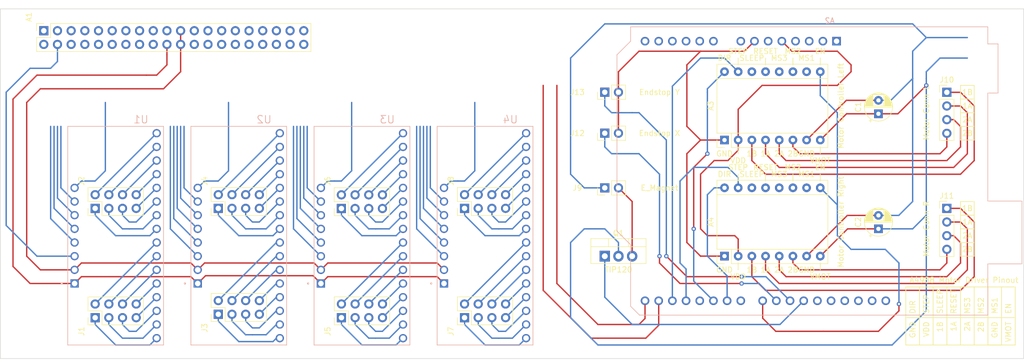
<source format=kicad_pcb>
(kicad_pcb (version 20211014) (generator pcbnew)
  (layers (0 "F.Cu" signal) (31 "B.Cu" signal) (34 "B.Paste" user) (35 "F.Paste" user) (36 "B.SilkS" user "B.Silkscreen") (37 "F.SilkS" user "F.Silkscreen") (38 "B.Mask" user) (39 "F.Mask" user) (44 "Edge.Cuts" user))
  (net 0 "")
  (net 2 "/14 TXD")
  (net 3 "/18 RXD")
  (net 5 "3V3")
  (net 6 "SDA")
  (net 7 "SCL")
  (net 8 "GND")
  (net 9 "10 MOSI")
  (net 10 "9 MISO")
  (net 11 "11 SCLK")
  (net 12 "5")
  (net 13 "6")
  (net 14 "13")
  (net 15 "19")
  (net 16 "26")
  (net 17 "5V")
  (net 18 "23")
  (net 19 "24")
  (net 20 "25")
  (net 21 "8")
  (net 22 "7")
  (net 23 "12")
  (net 24 "16")
  (net 25 "20")
  (net 26 "21")
  (net 37 "Net-(U1-PadJP1-1)")
  (net 38 "Net-(U1-PadJP1-2)")
  (net 39 "Net-(U1-PadJP1-3)")
  (net 40 "Net-(U1-PadJP1-4)")
  (net 41 "Net-(U1-PadJP1-5)")
  (net 42 "Net-(U1-PadJP1-6)")
  (net 43 "Net-(U1-PadJP1-7)")
  (net 44 "Net-(U1-PadJP1-8)")
  (net 45 "Net-(U1-PadJP1-9)")
  (net 46 "Net-(U1-PadJP1-10)")
  (net 47 "Net-(U1-PadJP1-11)")
  (net 48 "Net-(U1-PadJP1-12)")
  (net 49 "Net-(U1-PadJP1-13)")
  (net 50 "Net-(U1-PadJP1-14)")
  (net 51 "Net-(U1-PadJP1-15)")
  (net 52 "Net-(U1-PadJP1-16)")
  (net 53 "Net-(U1-PadJP3-4)")
  (net 54 "Net-(U1-PadJP3-5)")
  (net 55 "Net-(U1-PadJP3-6)")
  (net 56 "Net-(U1-PadJP3-7)")
  (net 57 "Net-(U1-PadJP3-8)")
  (net 58 "Net-(J9-Pad2)")
  (net 59 "Net-(A1-Pad7)")
  (net 60 "Net-(A3-Pad3)")
  (net 61 "Net-(A3-Pad4)")
  (net 62 "Net-(A3-Pad5)")
  (net 63 "Net-(A3-Pad6)")
  (net 64 "Net-(A1-Pad4)")
  (net 65 "Net-(A1-Pad6)")
  (net 66 "Net-(A1-Pad8)")
  (net 67 "Net-(A1-Pad20)")
  (net 73 "Net-(A4-Pad2)")
  (net 75 "Net-(A2-Pad7)")
  (net 78 "Net-(A2-Pad17)")
  (net 79 "Net-(A2-Pad18)")
  (net 81 "Net-(A3-Pad16)")
  (net 82 "Net-(A2-Pad21)")
  (net 84 "Net-(A2-Pad23)")
  (net 85 "Net-(A2-Pad24)")
  (net 86 "Net-(A2-Pad25)")
  (net 87 "Net-(A2-Pad26)")
  (net 94 "Net-(A4-Pad7)")
  (net 95 "Net-(A4-Pad8)")
  (net 96 "Net-(A4-Pad3)")
  (net 97 "Net-(A4-Pad4)")
  (net 98 "Net-(A4-Pad5)")
  (net 99 "Net-(A4-Pad6)")
  (net 105 "Net-(U2-PadJP1-1)")
  (net 106 "Net-(U2-PadJP1-8)")
  (net 107 "Net-(U2-PadJP1-2)")
  (net 108 "Net-(U2-PadJP1-7)")
  (net 109 "Net-(U2-PadJP1-3)")
  (net 110 "Net-(U2-PadJP1-6)")
  (net 111 "Net-(U2-PadJP1-4)")
  (net 112 "Net-(U2-PadJP1-5)")
  (net 113 "Net-(U2-PadJP1-9)")
  (net 114 "Net-(U2-PadJP1-16)")
  (net 115 "Net-(U2-PadJP1-10)")
  (net 116 "Net-(U2-PadJP1-15)")
  (net 117 "Net-(U2-PadJP1-11)")
  (net 118 "Net-(U2-PadJP1-14)")
  (net 119 "Net-(U2-PadJP1-12)")
  (net 120 "Net-(U2-PadJP1-13)")
  (net 121 "Net-(U3-PadJP1-1)")
  (net 122 "Net-(U3-PadJP1-8)")
  (net 123 "Net-(U3-PadJP1-2)")
  (net 124 "Net-(U3-PadJP1-7)")
  (net 125 "Net-(U3-PadJP1-3)")
  (net 126 "Net-(U3-PadJP1-6)")
  (net 127 "Net-(U3-PadJP1-4)")
  (net 128 "Net-(U3-PadJP1-5)")
  (net 129 "Net-(U3-PadJP1-9)")
  (net 130 "Net-(U3-PadJP1-16)")
  (net 131 "Net-(U3-PadJP1-10)")
  (net 132 "Net-(U3-PadJP1-15)")
  (net 133 "Net-(U3-PadJP1-11)")
  (net 134 "Net-(U3-PadJP1-14)")
  (net 135 "Net-(U3-PadJP1-12)")
  (net 136 "Net-(U3-PadJP1-13)")
  (net 137 "Net-(U4-PadJP1-1)")
  (net 138 "Net-(U4-PadJP1-8)")
  (net 139 "Net-(U4-PadJP1-2)")
  (net 140 "Net-(U4-PadJP1-7)")
  (net 141 "Net-(U4-PadJP1-3)")
  (net 142 "Net-(U4-PadJP1-6)")
  (net 143 "Net-(U4-PadJP1-4)")
  (net 144 "Net-(U4-PadJP1-5)")
  (net 145 "Net-(U4-PadJP1-9)")
  (net 146 "Net-(U4-PadJP1-16)")
  (net 147 "Net-(U4-PadJP1-10)")
  (net 148 "Net-(U4-PadJP1-15)")
  (net 149 "Net-(U4-PadJP1-11)")
  (net 150 "Net-(U4-PadJP1-14)")
  (net 151 "Net-(U4-PadJP1-12)")
  (net 152 "Net-(U4-PadJP1-13)")
  (footprint "Connector_PinHeader_2.54mm:PinHeader_2x04_P2.54mm_Vertical" (layer "F.Cu") (at 100.975 100.33 90)
    (fp_text reference "J4")
    (fp_text value " ")
  )
  (footprint "Connector_PinHeader_2.54mm:PinHeader_1x02_P2.54mm_Vertical" (layer "F.Cu") (at 172.72 86.36 90)
    (fp_text reference "J12")
    (fp_text value "Endstop X")
  )
  (footprint "Connector_PinHeader_2.54mm:PinHeader_2x04_P2.54mm_Vertical" (layer "F.Cu") (at 78.115 100.335 90)
    (fp_text reference "J2")
    (fp_text value " ")
  )
  (footprint "Capacitor_THT:CP_Radial_D5.0mm_P2.50mm" (layer "F.Cu") (at 223.52 82.75 90)
    (fp_text reference "C1")
    (fp_text value "C")
  )
  (footprint "Connector_PinHeader_2.54mm:PinHeader_2x04_P2.54mm_Vertical" (layer "F.Cu") (at 123.825 100.36 90)
    (fp_text reference "J6")
    (fp_text value " ")
  )
  (footprint "Connector_PinHeader_2.54mm:PinHeader_1x02_P2.54mm_Vertical" (layer "F.Cu") (at 172.72 78.74 90)
    (fp_text reference "J13")
    (fp_text value "Endstop Y")
  )
  (footprint "Connector_PinHeader_2.54mm:PinHeader_2x04_P2.54mm_Vertical" (layer "F.Cu") (at 100.975 120.02 90)
    (fp_text reference "J3")
    (fp_text value " ")
  )
  (footprint "Connector_PinHeader_2.54mm:PinHeader_1x02_P2.54mm_Vertical" (layer "F.Cu") (at 172.72 96.52 90)
    (fp_text reference "J9")
    (fp_text value "E_Magnet")
  )
  (footprint "Connector_PinSocket_2.54mm:PinSocket_2x20_P2.54mm_Vertical" (layer "F.Cu") (at 68.58 67.31 90)
    (fp_text reference "A1")
    (fp_text value "Raspberry Pi Zero")
  )
  (footprint "Package_TO_SOT_THT:TO-220-3_Vertical" (layer "F.Cu") (at 172.72 109.22)
    (fp_text reference "Q1")
    (fp_text value "TIP120")
  )
  (footprint "Connector_PinHeader_2.54mm:PinHeader_2x04_P2.54mm_Vertical" (layer "F.Cu") (at 146.685 100.33 90)
    (fp_text reference "J8")
    (fp_text value " ")
  )
  (footprint "Capacitor_THT:CP_Radial_D5.0mm_P2.50mm" (layer "F.Cu") (at 223.52 104.14 90)
    (fp_text reference "C2")
    (fp_text value "C")
  )
  (footprint "Connector_PinHeader_2.54mm:PinHeader_1x04_P2.54mm_Vertical" (layer "F.Cu") (at 236.22 78.76)
    (fp_text reference "J10")
    (fp_text value "Motor Conn L")
  )
  (footprint "Connector_PinHeader_2.54mm:PinHeader_2x04_P2.54mm_Vertical" (layer "F.Cu") (at 123.835 120.65 90)
    (fp_text reference "J5")
    (fp_text value " ")
  )
  (footprint "Module:Pololu_Breakout-16_15.2x20.3mm" (layer "F.Cu") (at 194.945 109.21 90)
    (fp_text reference "A4")
    (fp_text value "Motor Controller Right")
  )
  (footprint "Connector_PinHeader_2.54mm:PinHeader_2x04_P2.54mm_Vertical" (layer "F.Cu") (at 78.115 120.655 90)
    (fp_text reference "J1")
    (fp_text value " ")
  )
  (footprint "Connector_PinHeader_2.54mm:PinHeader_2x04_P2.54mm_Vertical" (layer "F.Cu") (at 146.685 120.65 90)
    (fp_text reference "J7")
    (fp_text value " ")
  )
  (footprint "Module:Pololu_Breakout-16_15.2x20.3mm" (layer "F.Cu") (at 194.945 87.63 90)
    (fp_text reference "A3")
    (fp_text value "Motor Controller Left")
  )
  (footprint "Connector_PinHeader_2.54mm:PinHeader_1x04_P2.54mm_Vertical" (layer "F.Cu") (at 236.22 100.33)
    (fp_text reference "J11")
    (fp_text value "Motor Conn R")
  )
  (footprint "BOB-09056:MODULE_BOB-09056" (layer "B.Cu") (at 81.915 105.41 180)
    (fp_text reference "U1")
    (fp_text value "BOB-09056")
  )
  (footprint "BOB-09056:MODULE_BOB-09056" (layer "B.Cu") (at 150.495 105.41 180)
    (fp_text reference "U4")
    (fp_text value "BOB-09056")
  )
  (footprint "BOB-09056:MODULE_BOB-09056" (layer "B.Cu") (at 127.645 105.415 180)
    (fp_text reference "U3")
    (fp_text value "BOB-09056")
  )
  (footprint "BOB-09056:MODULE_BOB-09056" (layer "B.Cu") (at 104.775 105.41 180)
    (fp_text reference "U2")
    (fp_text value "BOB-09056")
  )
  (footprint "Module:Arduino_UNO_R3" (layer "B.Cu") (at 215.75 69.25 180)
    (fp_text reference "A2")
    (fp_text value "Arduino_UNO_R3")
  )
  (gr_line (start 238.76 114.935) (end 238.76 120.015) (layer "F.SilkS") (width 0.15))
  (gr_line (start 246.38 114.935) (end 246.38 120.015) (layer "F.SilkS") (width 0.15))
  (gr_line (start 248.92 125.73) (end 248.92 120.015) (layer "F.SilkS") (width 0.15))
  (gr_line (start 212.725 88.9) (end 212.725 90.17) (layer "F.SilkS") (width 0.15))
  (gr_line (start 207.645 73.66) (end 207.645 72.39) (layer "F.SilkS") (width 0.15))
  (gr_line (start 248.92 120.015) (end 248.92 114.935) (layer "F.SilkS") (width 0.15))
  (gr_line (start 241.3 77.47) (end 238.76 77.47) (layer "F.SilkS") (width 0.15))
  (gr_line (start 238.76 82.55) (end 241.3 82.55) (layer "F.SilkS") (width 0.15))
  (gr_line (start 202.565 95.25) (end 202.565 93.98) (layer "F.SilkS") (width 0.15))
  (gr_line (start 197.485 88.9) (end 197.485 90.17) (layer "F.SilkS") (width 0.15))
  (gr_line (start 241.3 109.22) (end 241.3 99.06) (layer "F.SilkS") (width 0.15))
  (gr_line (start 248.92 114.935) (end 228.6 114.935) (layer "F.SilkS") (width 0.15))
  (gr_line (start 228.6 114.935) (end 228.6 120.015) (layer "F.SilkS") (width 0.15))
  (gr_line (start 238.76 99.06) (end 238.76 109.22) (layer "F.SilkS") (width 0.15))
  (gr_line (start 197.485 73.66) (end 197.485 72.39) (layer "F.SilkS") (width 0.15))
  (gr_line (start 233.68 114.935) (end 233.68 120.015) (layer "F.SilkS") (width 0.15))
  (gr_line (start 238.76 87.63) (end 241.3 87.63) (layer "F.SilkS") (width 0.15))
  (gr_line (start 238.76 120.015) (end 238.76 125.73) (layer "F.SilkS") (width 0.15))
  (gr_line (start 233.68 125.73) (end 233.68 120.015) (layer "F.SilkS") (width 0.15))
  (gr_line (start 248.92 120.65) (end 228.6 120.65) (layer "F.SilkS") (width 0.15))
  (gr_line (start 212.725 73.66) (end 212.725 72.39) (layer "F.SilkS") (width 0.15))
  (gr_line (start 238.76 85.09) (end 241.3 85.09) (layer "F.SilkS") (width 0.15))
  (gr_line (start 246.38 120.015) (end 246.38 125.73) (layer "F.SilkS") (width 0.15))
  (gr_line (start 241.3 87.63) (end 241.3 77.47) (layer "F.SilkS") (width 0.15))
  (gr_line (start 236.22 120.015) (end 236.22 114.935) (layer "F.SilkS") (width 0.15))
  (gr_line (start 231.14 114.935) (end 231.14 120.015) (layer "F.SilkS") (width 0.15))
  (gr_line (start 241.3 99.06) (end 238.76 99.06) (layer "F.SilkS") (width 0.15))
  (gr_line (start 243.84 114.935) (end 243.84 120.015) (layer "F.SilkS") (width 0.15))
  (gr_line (start 238.76 106.68) (end 241.3 106.68) (layer "F.SilkS") (width 0.15))
  (gr_line (start 238.76 80.01) (end 241.3 80.01) (layer "F.SilkS") (width 0.15))
  (gr_line (start 207.645 95.25) (end 207.645 93.98) (layer "F.SilkS") (width 0.15))
  (gr_line (start 241.3 120.015) (end 241.3 125.73) (layer "F.SilkS") (width 0.15))
  (gr_line (start 246.38 125.73) (end 243.84 125.73) (layer "F.SilkS") (width 0.15))
  (gr_line (start 212.725 110.49) (end 212.725 111.76) (layer "F.SilkS") (width 0.15))
  (gr_line (start 248.92 125.73) (end 228.6 125.73) (layer "F.SilkS") (width 0.15))
  (gr_line (start 212.725 95.25) (end 212.725 93.98) (layer "F.SilkS") (width 0.15))
  (gr_line (start 238.76 77.47) (end 238.76 87.63) (layer "F.SilkS") (width 0.15))
  (gr_line (start 236.22 120.015) (end 236.22 125.73) (layer "F.SilkS") (width 0.15))
  (gr_line (start 228.6 125.73) (end 228.6 120.015) (layer "F.SilkS") (width 0.15))
  (gr_line (start 243.84 125.73) (end 243.84 120.015) (layer "F.SilkS") (width 0.15))
  (gr_line (start 197.485 110.49) (end 197.485 111.76) (layer "F.SilkS") (width 0.15))
  (gr_line (start 231.14 125.73) (end 231.14 120.015) (layer "F.SilkS") (width 0.15))
  (gr_line (start 197.485 95.25) (end 197.485 93.98) (layer "F.SilkS") (width 0.15))
  (gr_line (start 241.3 114.935) (end 241.3 120.015) (layer "F.SilkS") (width 0.15))
  (gr_line (start 202.565 73.66) (end 202.565 72.39) (layer "F.SilkS") (width 0.15))
  (gr_line (start 238.76 101.6) (end 241.3 101.6) (layer "F.SilkS") (width 0.15))
  (gr_line (start 238.76 109.22) (end 241.3 109.22) (layer "F.SilkS") (width 0.15))
  (gr_line (start 238.76 104.14) (end 241.3 104.14) (layer "F.SilkS") (width 0.15))
  (gr_rect (start 60.5 63.25) (end 250.5 128.25) (layer "Edge.Cuts") (width 0.1) (fill none))
  (gr_text "VMOT" (at 212.725 91.44) (layer "F.SilkS") (effects (font (size 1 1))))
  (gr_text "MS1" (at 210.185 72.39) (layer "F.SilkS") (effects (font (size 1 1))))
  (gr_text "EN" (at 212.725 71.12) (layer "F.SilkS") (effects (font (size 1 1))))
  (gr_text "2A\n" (at 240.03 121.285 90) (layer "F.SilkS") (effects (font (size 1 1)) (justify right)))
  (gr_text "MS1" (at 245.11 120.015 90) (layer "F.SilkS") (effects (font (size 1 1)) (justify left)))
  (gr_text "1A" (at 240.03 102.87) (layer "F.SilkS") (effects (font (size 1 1))))
  (gr_text "DIR" (at 194.945 72.39) (layer "F.SilkS") (effects (font (size 1 1))))
  (gr_text "RESET" (at 202.565 71.12) (layer "F.SilkS") (effects (font (size 1 1))))
  (gr_text "VDD" (at 232.41 121.285 90) (layer "F.SilkS") (effects (font (size 1 1)) (justify right)))
  (gr_text "2B" (at 242.57 121.285 90) (layer "F.SilkS") (effects (font (size 1 1)) (justify right)))
  (gr_text "MS2" (at 207.645 92.71) (layer "F.SilkS") (effects (font (size 1 1))))
  (gr_text "EN" (at 247.65 120.015 90) (layer "F.SilkS") (effects (font (size 1 1)) (justify left)))
  (gr_text "SLEEP" (at 200.025 72.39) (layer "F.SilkS") (effects (font (size 1 1))))
  (gr_text "STEP" (at 197.485 92.71) (layer "F.SilkS") (effects (font (size 1 1))))
  (gr_text "MS2" (at 242.57 120.015 90) (layer "F.SilkS") (effects (font (size 1 1)) (justify left)))
  (gr_text "GND" (at 229.87 121.285 90) (layer "F.SilkS") (effects (font (size 1 1)) (justify right)))
  (gr_text "1B" (at 234.95 121.285 90) (layer "F.SilkS") (effects (font (size 1 1)) (justify right)))
  (gr_text "MS3" (at 205.105 93.98) (layer "F.SilkS") (effects (font (size 1 1))))
  (gr_text "DIR" (at 229.87 120.015 90) (layer "F.SilkS") (effects (font (size 1 1)) (justify left)))
  (gr_text "1A" (at 202.565 90.17) (layer "F.SilkS") (effects (font (size 1 1))))
  (gr_text "STEP" (at 197.485 71.12) (layer "F.SilkS") (effects (font (size 1 1))))
  (gr_text "SLEEP" (at 234.95 120.015 90) (layer "F.SilkS") (effects (font (size 1 1)) (justify left)))
  (gr_text "GND" (at 194.945 90.17) (layer "F.SilkS") (effects (font (size 1 1))))
  (gr_text "MS3" (at 205.105 72.39) (layer "F.SilkS") (effects (font (size 1 1))))
  (gr_text "SLEEP" (at 200.025 93.98) (layer "F.SilkS") (effects (font (size 1 1))))
  (gr_text "STEP" (at 232.41 120.015 90) (layer "F.SilkS") (effects (font (size 1 1)) (justify left)))
  (gr_text "2B" (at 207.645 90.17) (layer "F.SilkS") (effects (font (size 1 1))))
  (gr_text "2B" (at 240.03 86.37) (layer "F.SilkS") (effects (font (size 1 1))))
  (gr_text "VDD" (at 197.485 91.44) (layer "F.SilkS") (effects (font (size 1 1))))
  (gr_text "GND" (at 210.185 90.17) (layer "F.SilkS") (effects (font (size 1 1))))
  (gr_text "2A\n" (at 205.105 111.76) (layer "F.SilkS") (effects (font (size 1 1))))
  (gr_text "1B" (at 240.03 78.75) (layer "F.SilkS") (effects (font (size 1 1))))
  (gr_text "2A\n" (at 240.03 83.83) (layer "F.SilkS") (effects (font (size 1 1))))
  (gr_text "MS1" (at 210.185 93.98) (layer "F.SilkS") (effects (font (size 1 1))))
  (gr_text "RESET" (at 202.565 92.71) (layer "F.SilkS") (effects (font (size 1 1))))
  (gr_text "GND" (at 210.185 111.76) (layer "F.SilkS") (effects (font (size 1 1))))
  (gr_text "2A\n" (at 205.105 90.17) (layer "F.SilkS") (effects (font (size 1 1))))
  (gr_text "1A" (at 237.49 121.285 90) (layer "F.SilkS") (effects (font (size 1 1)) (justify right)))
  (gr_text "EN" (at 212.725 92.71) (layer "F.SilkS") (effects (font (size 1 1))))
  (gr_text "A4988 Motor Driver Pinout\n" (at 239.395 113.665) (layer "F.SilkS") (effects (font (size 1 1))))
  (gr_text "1A" (at 240.03 81.29) (layer "F.SilkS") (effects (font (size 1 1))))
  (gr_text "1B" (at 240.03 100.33) (layer "F.SilkS") (effects (font (size 1 1))))
  (gr_text "MS2" (at 207.645 71.12) (layer "F.SilkS") (effects (font (size 1 1))))
  (gr_text "DIR" (at 194.945 93.98) (layer "F.SilkS") (effects (font (size 1 1))))
  (gr_text "2B" (at 207.645 111.76) (layer "F.SilkS") (effects (font (size 1 1))))
  (gr_text "MS3" (at 240.03 120.015 90) (layer "F.SilkS") (effects (font (size 1 1)) (justify left)))
  (gr_text "GND" (at 245.11 121.285 90) (layer "F.SilkS") (effects (font (size 1 1)) (justify right)))
  (gr_text "1B" (at 200.025 111.76) (layer "F.SilkS") (effects (font (size 1 1))))
  (gr_text "2B" (at 240.03 107.95) (layer "F.SilkS") (effects (font (size 1 1))))
  (gr_text "VDD" (at 197.485 113.03) (layer "F.SilkS") (effects (font (size 1 1))))
  (gr_text "VMOT" (at 247.65 121.285 90) (layer "F.SilkS") (effects (font (size 1 1)) (justify right)))
  (gr_text "1A" (at 202.565 111.76) (layer "F.SilkS") (effects (font (size 1 1))))
  (gr_text "1B" (at 200.025 90.17) (layer "F.SilkS") (effects (font (size 1 1))))
  (gr_text "2A\n" (at 240.03 105.41) (layer "F.SilkS") (effects (font (size 1 1))))
  (gr_text "RESET" (at 237.49 120.015 90) (layer "F.SilkS") (effects (font (size 1 1)) (justify left)))
  (gr_text "VMOT" (at 212.725 113.03) (layer "F.SilkS") (effects (font (size 1 1))))
  (gr_text "GND" (at 194.945 111.76) (layer "F.SilkS") (effects (font (size 1 1))))
  (segment (start 180.19 117.51) (end 180.19 120.8) (width 0.25) (layer "F.Cu") (net 2))
  (segment (start 179.07 121.92) (end 171.45 121.92) (width 0.25) (layer "F.Cu") (net 2))
  (segment (start 171.45 121.92) (end 163.83 114.3) (width 0.25) (layer "F.Cu") (net 2))
  (segment (start 163.83 114.3) (end 163.83 77.47) (width 0.25) (layer "F.Cu") (net 2))
  (segment (start 180.19 120.8) (end 179.07 121.92) (width 0.25) (layer "F.Cu") (net 2))
  (segment (start 170.18 124.46) (end 161.29 115.57) (width 0.25) (layer "F.Cu") (net 3))
  (segment (start 171.45 124.46) (end 170.18 124.46) (width 0.25) (layer "F.Cu") (net 3))
  (segment (start 180.34 124.46) (end 171.45 124.46) (width 0.25) (layer "F.Cu") (net 3))
  (segment (start 182.73 117.51) (end 182.73 122.07) (width 0.25) (layer "F.Cu") (net 3))
  (segment (start 161.29 115.57) (end 161.29 77.47) (width 0.25) (layer "F.Cu") (net 3))
  (segment (start 182.73 122.07) (end 180.34 124.46) (width 0.25) (layer "F.Cu") (net 3))
  (segment (start 93.98 69.85) (end 93.98 67.31) (width 0.25) (layer "F.Cu") (net 17))
  (segment (start 67.945 111.76) (end 65.405 109.22) (width 0.25) (layer "F.Cu") (net 17))
  (segment (start 118.75 110.49) (end 98.425 110.49) (width 0.25) (layer "F.Cu") (net 17))
  (segment (start 74.295 111.76) (end 67.945 111.76) (width 0.25) (layer "F.Cu") (net 17))
  (segment (start 142.875 111.76) (end 141.605 110.49) (width 0.25) (layer "F.Cu") (net 17))
  (segment (start 121.3 110.49) (end 120.025 111.765) (width 0.25) (layer "F.Cu") (net 17))
  (segment (start 141.605 110.49) (end 121.3 110.49) (width 0.25) (layer "F.Cu") (net 17))
  (segment (start 97.155 111.76) (end 95.885 110.49) (width 0.25) (layer "F.Cu") (net 17))
  (segment (start 93.98 74.93) (end 93.98 69.85) (width 0.25) (layer "F.Cu") (net 17))
  (segment (start 98.425 110.49) (end 97.155 111.76) (width 0.25) (layer "F.Cu") (net 17))
  (segment (start 90.805 78.105) (end 93.98 74.93) (width 0.25) (layer "F.Cu") (net 17))
  (segment (start 95.885 110.49) (end 75.565 110.49) (width 0.25) (layer "F.Cu") (net 17))
  (segment (start 67.945 78.105) (end 90.805 78.105) (width 0.25) (layer "F.Cu") (net 17))
  (segment (start 75.565 110.49) (end 74.295 111.76) (width 0.25) (layer "F.Cu") (net 17))
  (segment (start 120.025 111.765) (end 118.75 110.49) (width 0.25) (layer "F.Cu") (net 17))
  (segment (start 65.405 109.22) (end 65.405 80.645) (width 0.25) (layer "F.Cu") (net 17))
  (segment (start 65.405 80.645) (end 67.945 78.105) (width 0.25) (layer "F.Cu") (net 17))
  (segment (start 88.265 125.73) (end 89.535 124.46) (width 0.25) (layer "B.Cu") (net 37))
  (segment (start 81.915 125.73) (end 88.265 125.73) (width 0.25) (layer "B.Cu") (net 37))
  (segment (start 78.115 121.93) (end 81.915 125.73) (width 0.25) (layer "B.Cu") (net 37))
  (segment (start 78.115 120.655) (end 78.115 121.93) (width 0.25) (layer "B.Cu") (net 37))
  (segment (start 89.535 121.92) (end 86.995 124.46) (width 0.25) (layer "B.Cu") (net 38))
  (segment (start 80.655 120.655) (end 80.655 121.93) (width 0.25) (layer "B.Cu") (net 38))
  (segment (start 83.185 124.46) (end 84.455 124.46) (width 0.25) (layer "B.Cu") (net 38))
  (segment (start 80.655 121.93) (end 83.185 124.46) (width 0.25) (layer "B.Cu") (net 38))
  (segment (start 86.995 124.46) (end 84.46 124.46) (width 0.25) (layer "B.Cu") (net 38))
  (segment (start 89.535 119.38) (end 85.725 123.19) (width 0.25) (layer "B.Cu") (net 39))
  (segment (start 84.455 123.19) (end 83.195 121.93) (width 0.25) (layer "B.Cu") (net 39))
  (segment (start 85.725 123.19) (end 84.455 123.19) (width 0.25) (layer "B.Cu") (net 39))
  (segment (start 83.195 121.93) (end 83.195 120.655) (width 0.25) (layer "B.Cu") (net 39))
  (segment (start 89.535 116.84) (end 85.735 120.64) (width 0.25) (layer "B.Cu") (net 40))
  (segment (start 89.535 114.3) (end 85.735 118.1) (width 0.25) (layer "B.Cu") (net 41))
  (segment (start 89.535 111.76) (end 83.195 118.1) (width 0.25) (layer "B.Cu") (net 42))
  (segment (start 89.535 109.22) (end 80.655 118.1) (width 0.25) (layer "B.Cu") (net 43))
  (segment (start 89.535 106.68) (end 78.115 118.1) (width 0.25) (layer "B.Cu") (net 44))
  (segment (start 81.915 105.41) (end 88.265 105.41) (width 0.25) (layer "B.Cu") (net 45))
  (segment (start 88.265 105.41) (end 89.535 104.14) (width 0.25) (layer "B.Cu") (net 45))
  (segment (start 78.115 100.335) (end 78.115 101.61) (width 0.25) (layer "B.Cu") (net 45))
  (segment (start 78.115 101.61) (end 81.915 105.41) (width 0.25) (layer "B.Cu") (net 45))
  (segment (start 80.655 101.61) (end 83.185 104.14) (width 0.25) (layer "B.Cu") (net 46))
  (segment (start 89.535 101.6) (end 86.995 104.14) (width 0.25) (layer "B.Cu") (net 46))
  (segment (start 80.655 100.335) (end 80.655 101.61) (width 0.25) (layer "B.Cu") (net 46))
  (segment (start 83.185 104.14) (end 84.455 104.14) (width 0.25) (layer "B.Cu") (net 46))
  (segment (start 86.995 104.14) (end 84.46 104.14) (width 0.25) (layer "B.Cu") (net 46))
  (segment (start 85.725 102.87) (end 84.455 102.87) (width 0.25) (layer "B.Cu") (net 47))
  (segment (start 84.455 102.87) (end 83.195 101.61) (width 0.25) (layer "B.Cu") (net 47))
  (segment (start 83.195 101.61) (end 83.195 100.335) (width 0.25) (layer "B.Cu") (net 47))
  (segment (start 89.535 99.06) (end 85.725 102.87) (width 0.25) (layer "B.Cu") (net 47))
  (segment (start 89.535 96.52) (end 85.735 100.32) (width 0.25) (layer "B.Cu") (net 48))
  (segment (start 85.735 100.32) (end 85.735 100.335) (width 0.25) (layer "B.Cu") (net 48))
  (segment (start 89.535 93.98) (end 85.735 97.78) (width 0.25) (layer "B.Cu") (net 49))
  (segment (start 89.535 91.44) (end 83.195 97.78) (width 0.25) (layer "B.Cu") (net 50))
  (segment (start 89.535 88.9) (end 80.655 97.78) (width 0.25) (layer "B.Cu") (net 51))
  (segment (start 89.535 86.36) (end 78.115 97.78) (width 0.25) (layer "B.Cu") (net 52))
  (segment (start 97.155 106.68) (end 92.71 102.235) (width 0.25) (layer "B.Cu") (net 53))
  (segment (start 120.015 106.68) (end 115.57 102.235) (width 0.25) (layer "B.Cu") (net 53))
  (segment (start 74.295 106.68) (end 69.85 102.235) (width 0.25) (layer "B.Cu") (net 53))
  (segment (start 69.85 102.235) (end 69.85 85.09) (width 0.25) (layer "B.Cu") (net 53))
  (segment (start 138.43 102.235) (end 138.43 85.09) (width 0.25) (layer "B.Cu") (net 53))
  (segment (start 92.71 102.235) (end 92.71 85.09) (width 0.25) (layer "B.Cu") (net 53))
  (segment (start 115.57 102.235) (end 115.57 85.09) (width 0.25) (layer "B.Cu") (net 53))
  (segment (start 142.875 106.68) (end 138.43 102.235) (width 0.25) (layer "B.Cu") (net 53))
  (segment (start 142.875 104.14) (end 139.065 100.33) (width 0.25) (layer "B.Cu") (net 54))
  (segment (start 139.065 100.33) (end 139.065 85.09) (width 0.25) (layer "B.Cu") (net 54))
  (segment (start 120.015 104.14) (end 116.205 100.33) (width 0.25) (layer "B.Cu") (net 54))
  (segment (start 93.345 100.33) (end 93.345 85.09) (width 0.25) (layer "B.Cu") (net 54))
  (segment (start 116.205 100.33) (end 116.205 85.09) (width 0.25) (layer "B.Cu") (net 54))
  (segment (start 74.295 104.14) (end 70.485 100.33) (width 0.25) (layer "B.Cu") (net 54))
  (segment (start 97.155 104.14) (end 93.345 100.33) (width 0.25) (layer "B.Cu") (net 54))
  (segment (start 70.485 100.33) (end 70.485 85.09) (width 0.25) (layer "B.Cu") (net 54))
  (segment (start 71.12 98.425) (end 71.12 85.09) (width 0.25) (layer "B.Cu") (net 55))
  (segment (start 116.84 98.425) (end 116.84 85.09) (width 0.25) (layer "B.Cu") (net 55))
  (segment (start 74.295 101.6) (end 71.12 98.425) (width 0.25) (layer "B.Cu") (net 55))
  (segment (start 120.015 101.6) (end 116.84 98.425) (width 0.25) (layer "B.Cu") (net 55))
  (segment (start 97.155 101.6) (end 93.98 98.425) (width 0.25) (layer "B.Cu") (net 55))
  (segment (start 93.98 98.425) (end 93.98 85.09) (width 0.25) (layer "B.Cu") (net 55))
  (segment (start 142.875 101.6) (end 139.7 98.425) (width 0.25) (layer "B.Cu") (net 55))
  (segment (start 139.7 98.425) (end 139.7 85.09) (width 0.25) (layer "B.Cu") (net 55))
  (segment (start 71.755 96.52) (end 71.755 85.09) (width 0.25) (layer "B.Cu") (net 56))
  (segment (start 94.615 96.52) (end 94.615 85.09) (width 0.25) (layer "B.Cu") (net 56))
  (segment (start 97.155 99.06) (end 94.615 96.52) (width 0.25) (layer "B.Cu") (net 56))
  (segment (start 140.335 96.52) (end 140.335 85.09) (width 0.25) (layer "B.Cu") (net 56))
  (segment (start 142.875 99.06) (end 140.335 96.52) (width 0.25) (layer "B.Cu") (net 56))
  (segment (start 120.015 99.06) (end 117.475 96.52) (width 0.25) (layer "B.Cu") (net 56))
  (segment (start 74.295 99.06) (end 71.755 96.52) (width 0.25) (layer "B.Cu") (net 56))
  (segment (start 117.475 96.52) (end 117.475 85.09) (width 0.25) (layer "B.Cu") (net 56))
  (segment (start 121.285 95.25) (end 122.555 95.25) (width 0.25) (layer "B.Cu") (net 57))
  (segment (start 142.875 96.52) (end 144.145 95.25) (width 0.25) (layer "B.Cu") (net 57))
  (segment (start 100.965 95.25) (end 102.87 93.345) (width 0.25) (layer "B.Cu") (net 57))
  (segment (start 74.295 96.52) (end 75.565 95.25) (width 0.25) (layer "B.Cu") (net 57))
  (segment (start 122.555 95.25) (end 123.825 95.25) (width 0.25) (layer "B.Cu") (net 57))
  (segment (start 123.825 95.25) (end 125.73 93.345) (width 0.25) (layer "B.Cu") (net 57))
  (segment (start 120.015 96.52) (end 121.285 95.25) (width 0.25) (layer "B.Cu") (net 57))
  (segment (start 148.59 84.455) (end 148.59 80.645) (width 0.25) (layer "B.Cu") (net 57))
  (segment (start 98.425 95.25) (end 100.965 95.25) (width 0.25) (layer "B.Cu") (net 57))
  (segment (start 78.105 95.25) (end 80.01 93.345) (width 0.25) (layer "B.Cu") (net 57))
  (segment (start 145.415 95.25) (end 146.685 95.25) (width 0.25) (layer "B.Cu") (net 57))
  (segment (start 144.145 95.25) (end 145.415 95.25) (width 0.25) (layer "B.Cu") (net 57))
  (segment (start 102.87 93.345) (end 102.87 80.645) (width 0.25) (layer "B.Cu") (net 57))
  (segment (start 125.73 84.455) (end 125.73 80.645) (width 0.25) (layer "B.Cu") (net 57))
  (segment (start 125.73 93.345) (end 125.73 84.455) (width 0.25) (layer "B.Cu") (net 57))
  (segment (start 148.59 93.345) (end 148.59 84.455) (width 0.25) (layer "B.Cu") (net 57))
  (segment (start 80.01 93.345) (end 80.01 80.645) (width 0.25) (layer "B.Cu") (net 57))
  (segment (start 97.155 96.52) (end 98.425 95.25) (width 0.25) (layer "B.Cu") (net 57))
  (segment (start 146.685 95.25) (end 148.59 93.345) (width 0.25) (layer "B.Cu") (net 57))
  (segment (start 75.565 95.25) (end 78.105 95.25) (width 0.25) (layer "B.Cu") (net 57))
  (segment (start 175.26 96.52) (end 177.8 99.06) (width 0.25) (layer "F.Cu") (net 58))
  (segment (start 177.8 99.06) (end 177.8 109.22) (width 0.25) (layer "F.Cu") (net 58))
  (segment (start 97.155 109.22) (end 92.075 104.14) (width 0.25) (layer "B.Cu") (net 59))
  (segment (start 92.075 104.14) (end 92.075 85.09) (width 0.25) (layer "B.Cu") (net 59))
  (segment (start 202.565 93.99) (end 200.025 91.45) (width 0.25) (layer "F.Cu") (net 60))
  (segment (start 238.76 93.99) (end 202.565 93.99) (width 0.25) (layer "F.Cu") (net 60))
  (segment (start 236.22 78.76) (end 238.77 78.76) (width 0.25) (layer "F.Cu") (net 60))
  (segment (start 241.3 91.45) (end 238.76 93.99) (width 0.25) (layer "F.Cu") (net 60))
  (segment (start 238.77 78.76) (end 241.3 81.29) (width 0.25) (layer "F.Cu") (net 60))
  (segment (start 241.3 81.29) (end 241.3 91.45) (width 0.25) (layer "F.Cu") (net 60))
  (segment (start 200.025 91.45) (end 200.025 87.63) (width 0.25) (layer "F.Cu") (net 60))
  (segment (start 240.03 90.18) (end 240.03 82.56) (width 0.25) (layer "F.Cu") (net 61))
  (segment (start 202.565 87.63) (end 202.565 90.18) (width 0.25) (layer "F.Cu") (net 61))
  (segment (start 202.565 90.18) (end 205.105 92.72) (width 0.25) (layer "F.Cu") (net 61))
  (segment (start 237.49 92.72) (end 240.03 90.18) (width 0.25) (layer "F.Cu") (net 61))
  (segment (start 205.105 92.72) (end 237.49 92.72) (width 0.25) (layer "F.Cu") (net 61))
  (segment (start 240.03 82.56) (end 238.76 81.29) (width 0.25) (layer "F.Cu") (net 61))
  (segment (start 236.22 81.3) (end 238.75 81.3) (width 0.25) (layer "F.Cu") (net 61))
  (segment (start 237.5 83.84) (end 238.76 85.1) (width 0.25) (layer "F.Cu") (net 62))
  (segment (start 238.76 88.91) (end 236.22 91.45) (width 0.25) (layer "F.Cu") (net 62))
  (segment (start 236.22 91.45) (end 206.375 91.45) (width 0.25) (layer "F.Cu") (net 62))
  (segment (start 206.375 91.45) (end 205.105 90.18) (width 0.25) (layer "F.Cu") (net 62))
  (segment (start 236.22 83.84) (end 237.5 83.84) (width 0.25) (layer "F.Cu") (net 62))
  (segment (start 205.105 90.18) (end 205.105 87.63) (width 0.25) (layer "F.Cu") (net 62))
  (segment (start 238.76 85.1) (end 238.76 88.91) (width 0.25) (layer "F.Cu") (net 62))
  (segment (start 208.915 90.18) (end 234.95 90.18) (width 0.25) (layer "F.Cu") (net 63))
  (segment (start 207.645 88.91) (end 208.915 90.18) (width 0.25) (layer "F.Cu") (net 63))
  (segment (start 236.22 88.91) (end 236.22 86.38) (width 0.25) (layer "F.Cu") (net 63))
  (segment (start 207.645 87.63) (end 207.645 88.91) (width 0.25) (layer "F.Cu") (net 63))
  (segment (start 234.95 90.18) (end 236.22 88.91) (width 0.25) (layer "F.Cu") (net 63))
  (segment (start 66.04 74.295) (end 61.595 78.74) (width 0.25) (layer "B.Cu") (net 64))
  (segment (start 71.12 69.85) (end 71.12 73.025) (width 0.25) (layer "B.Cu") (net 64))
  (segment (start 61.595 103.505) (end 67.31 109.22) (width 0.25) (layer "B.Cu") (net 64))
  (segment (start 69.85 74.295) (end 66.04 74.295) (width 0.25) (layer "B.Cu") (net 64))
  (segment (start 71.12 73.025) (end 69.85 74.295) (width 0.25) (layer "B.Cu") (net 64))
  (segment (start 67.31 109.22) (end 74.295 109.22) (width 0.25) (layer "B.Cu") (net 64))
  (segment (start 61.595 78.74) (end 61.595 103.505) (width 0.25) (layer "B.Cu") (net 64))
  (segment (start 120.015 109.22) (end 114.935 104.14) (width 0.25) (layer "B.Cu") (net 65))
  (segment (start 114.935 104.14) (end 114.935 85.09) (width 0.25) (layer "B.Cu") (net 65))
  (segment (start 142.875 109.22) (end 137.795 104.14) (width 0.25) (layer "B.Cu") (net 66))
  (segment (start 137.795 104.14) (end 137.795 85.09) (width 0.25) (layer "B.Cu") (net 66))
  (segment (start 62.865 111.125) (end 62.865 80.01) (width 0.25) (layer "F.Cu") (net 67))
  (segment (start 98.605 112.85) (end 118.57 112.85) (width 0.25) (layer "F.Cu") (net 67))
  (segment (start 91.44 73.66) (end 89.535 75.565) (width 0.25) (layer "F.Cu") (net 67))
  (segment (start 118.57 112.85) (end 120.025 114.305) (width 0.25) (layer "F.Cu") (net 67))
  (segment (start 67.31 75.565) (end 87.63 75.565) (width 0.25) (layer "F.Cu") (net 67))
  (segment (start 91.44 71.755) (end 91.44 69.85) (width 0.25) (layer "F.Cu") (net 67))
  (segment (start 97.155 114.3) (end 98.605 112.85) (width 0.25) (layer "F.Cu") (net 67))
  (segment (start 95.885 113.03) (end 97.155 114.3) (width 0.25) (layer "F.Cu") (net 67))
  (segment (start 141.605 113.03) (end 142.875 114.3) (width 0.25) (layer "F.Cu") (net 67))
  (segment (start 121.3 113.03) (end 141.605 113.03) (width 0.25) (layer "F.Cu") (net 67))
  (segment (start 74.295 114.3) (end 66.04 114.3) (width 0.25) (layer "F.Cu") (net 67))
  (segment (start 75.565 113.03) (end 95.885 113.03) (width 0.25) (layer "F.Cu") (net 67))
  (segment (start 120.025 114.305) (end 121.3 113.03) (width 0.25) (layer "F.Cu") (net 67))
  (segment (start 89.535 75.565) (end 87.63 75.565) (width 0.25) (layer "F.Cu") (net 67))
  (segment (start 91.44 71.755) (end 91.44 73.66) (width 0.25) (layer "F.Cu") (net 67))
  (segment (start 62.865 80.01) (end 67.31 75.565) (width 0.25) (layer "F.Cu") (net 67))
  (segment (start 74.295 114.3) (end 75.565 113.03) (width 0.25) (layer "F.Cu") (net 67))
  (segment (start 66.04 114.3) (end 62.865 111.125) (width 0.25) (layer "F.Cu") (net 67))
  (segment (start 215.9 71.12) (end 207.46 71.12) (width 0.25) (layer "F.Cu") (net 73))
  (segment (start 201.93 77.47) (end 215.9 77.47) (width 0.25) (layer "F.Cu") (net 73))
  (segment (start 190.5 93.98) (end 193.04 91.44) (width 0.25) (layer "F.Cu") (net 73))
  (segment (start 190.5 104.14) (end 190.5 93.98) (width 0.25) (layer "F.Cu") (net 73))
  (segment (start 191.77 105.41) (end 190.5 104.14) (width 0.25) (layer "F.Cu") (net 73))
  (segment (start 215.9 77.47) (end 218.44 74.93) (width 0.25) (layer "F.Cu") (net 73))
  (segment (start 195.58 91.44) (end 197.485 89.535) (width 0.25) (layer "F.Cu") (net 73))
  (segment (start 197.485 109.21) (end 197.485 106.045) (width 0.25) (layer "F.Cu") (net 73))
  (segment (start 218.44 73.66) (end 215.9 71.12) (width 0.25) (layer "F.Cu") (net 73))
  (segment (start 207.46 71.12) (end 205.59 69.25) (width 0.25) (layer "F.Cu") (net 73))
  (segment (start 197.485 106.045) (end 196.85 105.41) (width 0.25) (layer "F.Cu") (net 73))
  (segment (start 197.485 89.535) (end 197.485 87.63) (width 0.25) (layer "F.Cu") (net 73))
  (segment (start 197.485 87.63) (end 197.485 81.915) (width 0.25) (layer "F.Cu") (net 73))
  (segment (start 197.485 81.915) (end 201.93 77.47) (width 0.25) (layer "F.Cu") (net 73))
  (segment (start 193.04 91.44) (end 195.58 91.44) (width 0.25) (layer "F.Cu") (net 73))
  (segment (start 218.44 74.93) (end 218.44 73.66) (width 0.25) (layer "F.Cu") (net 73))
  (segment (start 196.85 105.41) (end 191.77 105.41) (width 0.25) (layer "F.Cu") (net 73))
  (segment (start 187.96 106.68) (end 187.96 90.17) (width 0.25) (layer "F.Cu") (net 75))
  (segment (start 190.5 87.63) (end 187.96 85.09) (width 0.25) (layer "F.Cu") (net 75))
  (segment (start 190.51 109.21) (end 190.5 109.22) (width 0.25) (layer "F.Cu") (net 75))
  (segment (start 179.07 71.12) (end 190.5 71.12) (width 0.25) (layer "F.Cu") (net 75))
  (segment (start 175.26 74.93) (end 179.07 71.12) (width 0.25) (layer "F.Cu") (net 75))
  (segment (start 190.5 87.63) (end 194.945 87.63) (width 0.25) (layer "F.Cu") (net 75))
  (segment (start 175.26 78.74) (end 175.26 74.93) (width 0.25) (layer "F.Cu") (net 75))
  (segment (start 198.64 71.12) (end 200.51 69.25) (width 0.25) (layer "F.Cu") (net 75))
  (segment (start 190.5 71.12) (end 198.64 71.12) (width 0.25) (layer "F.Cu") (net 75))
  (segment (start 187.96 85.09) (end 187.96 73.66) (width 0.25) (layer "F.Cu") (net 75))
  (segment (start 175.26 78.74) (end 175.26 86.36) (width 0.25) (layer "F.Cu") (net 75))
  (segment (start 187.96 73.66) (end 190.5 71.12) (width 0.25) (layer "F.Cu") (net 75))
  (segment (start 194.945 109.21) (end 190.51 109.21) (width 0.25) (layer "F.Cu") (net 75))
  (segment (start 187.96 90.17) (end 190.5 87.63) (width 0.25) (layer "F.Cu") (net 75))
  (segment (start 190.5 109.22) (end 187.96 106.68) (width 0.25) (layer "F.Cu") (net 75))
  (segment (start 185.27 117.51) (end 185.27 77.62) (width 0.25) (layer "B.Cu") (net 78))
  (segment (start 190.5 72.39) (end 194.945 72.39) (width 0.25) (layer "B.Cu") (net 78))
  (segment (start 194.945 72.39) (end 197.485 74.93) (width 0.25) (layer "B.Cu") (net 78))
  (segment (start 185.27 77.62) (end 190.5 72.39) (width 0.25) (layer "B.Cu") (net 78))
  (segment (start 195.58 92.71) (end 189.23 92.71) (width 0.25) (layer "B.Cu") (net 79))
  (segment (start 186.69 110.49) (end 187.81 111.61) (width 0.25) (layer "B.Cu") (net 79))
  (segment (start 186.69 95.25) (end 186.69 110.49) (width 0.25) (layer "B.Cu") (net 79))
  (segment (start 187.81 111.61) (end 187.81 117.51) (width 0.25) (layer "B.Cu") (net 79))
  (segment (start 197.485 94.615) (end 195.58 92.71) (width 0.25) (layer "B.Cu") (net 79))
  (segment (start 197.485 96.51) (end 197.485 94.615) (width 0.25) (layer "B.Cu") (net 79))
  (segment (start 189.23 92.71) (end 186.69 95.25) (width 0.25) (layer "B.Cu") (net 79))
  (segment (start 189.23 92.71) (end 189.23 104.14) (width 0.25) (layer "F.Cu") (net 81))
  (segment (start 191.77 90.17) (end 189.23 92.71) (width 0.25) (layer "F.Cu") (net 81))
  (via (at 191.77 90.17) (size 0.8) (drill 0.4) (layers "F.Cu" "B.Cu") (net 81))
  (via (at 189.23 104.14) (size 0.8) (drill 0.4) (layers "F.Cu" "B.Cu") (net 81))
  (segment (start 191.77 78.105) (end 191.77 78.74) (width 0.25) (layer "B.Cu") (net 81))
  (segment (start 189.23 104.14) (end 189.23 113.85) (width 0.25) (layer "B.Cu") (net 81))
  (segment (start 189.23 113.85) (end 192.89 117.51) (width 0.25) (layer "B.Cu") (net 81))
  (segment (start 191.77 78.74) (end 191.77 90.17) (width 0.25) (layer "B.Cu") (net 81))
  (segment (start 194.945 74.93) (end 191.77 78.105) (width 0.25) (layer "B.Cu") (net 81))
  (segment (start 195.43 117.51) (end 195.43 112.88) (width 0.25) (layer "B.Cu") (net 82))
  (segment (start 194.945 96.51) (end 193.05 96.51) (width 0.25) (layer "B.Cu") (net 82))
  (segment (start 193.05 96.51) (end 191.77 97.79) (width 0.25) (layer "B.Cu") (net 82))
  (segment (start 191.77 97.79) (end 191.77 109.22) (width 0.25) (layer "B.Cu") (net 82))
  (segment (start 195.43 112.88) (end 191.77 109.22) (width 0.25) (layer "B.Cu") (net 82))
  (segment (start 202.03 120.75) (end 204.47 123.19) (width 0.25) (layer "F.Cu") (net 84))
  (segment (start 213.36 123.19) (end 223.52 123.19) (width 0.25) (layer "F.Cu") (net 84))
  (segment (start 223.52 123.19) (end 227.33 119.38) (width 0.25) (layer "F.Cu") (net 84))
  (segment (start 202.03 117.51) (end 202.03 120.75) (width 0.25) (layer "F.Cu") (net 84))
  (segment (start 204.47 123.19) (end 213.36 123.19) (width 0.25) (layer "F.Cu") (net 84))
  (segment (start 227.33 119.38) (end 227.33 118.11) (width 0.25) (layer "F.Cu") (net 84))
  (via (at 227.33 118.11) (size 0.8) (drill 0.4) (layers "F.Cu" "B.Cu") (net 84))
  (segment (start 224.79 107.95) (end 218.44 107.95) (width 0.25) (layer "B.Cu") (net 84))
  (segment (start 215.9 82.55) (end 215.9 100.33) (width 0.25) (layer "B.Cu") (net 84))
  (segment (start 227.33 110.49) (end 224.79 107.95) (width 0.25) (layer "B.Cu") (net 84))
  (segment (start 227.33 118.11) (end 227.33 110.49) (width 0.25) (layer "B.Cu") (net 84))
  (segment (start 212.725 74.93) (end 212.725 79.375) (width 0.25) (layer "B.Cu") (net 84))
  (segment (start 212.725 96.51) (end 215.9 99.685) (width 0.25) (layer "B.Cu") (net 84))
  (segment (start 215.9 99.685) (end 215.9 100.33) (width 0.25) (layer "B.Cu") (net 84))
  (segment (start 212.725 79.375) (end 215.9 82.55) (width 0.25) (layer "B.Cu") (net 84))
  (segment (start 218.44 107.95) (end 215.9 105.41) (width 0.25) (layer "B.Cu") (net 84))
  (segment (start 215.9 100.33) (end 215.9 105.41) (width 0.25) (layer "B.Cu") (net 84))
  (segment (start 186.69 114.3) (end 198.12 114.3) (width 0.25) (layer "F.Cu") (net 85))
  (segment (start 182.88 110.49) (end 186.69 114.3) (width 0.25) (layer "F.Cu") (net 85))
  (segment (start 182.88 109.22) (end 182.88 110.49) (width 0.25) (layer "F.Cu") (net 85))
  (via (at 198.12 114.3) (size 0.8) (drill 0.4) (layers "F.Cu" "B.Cu") (net 85))
  (via (at 182.88 109.22) (size 0.8) (drill 0.4) (layers "F.Cu" "B.Cu") (net 85))
  (segment (start 172.72 88.9) (end 173.99 90.17) (width 0.25) (layer "B.Cu") (net 85))
  (segment (start 198.12 114.3) (end 201.36 114.3) (width 0.25) (layer "B.Cu") (net 85))
  (segment (start 179.07 90.17) (end 182.88 93.98) (width 0.25) (layer "B.Cu") (net 85))
  (segment (start 201.36 114.3) (end 204.57 117.51) (width 0.25) (layer "B.Cu") (net 85))
  (segment (start 182.88 93.98) (end 182.88 109.22) (width 0.25) (layer "B.Cu") (net 85))
  (segment (start 172.72 86.36) (end 172.72 88.9) (width 0.25) (layer "B.Cu") (net 85))
  (segment (start 173.99 90.17) (end 179.07 90.17) (width 0.25) (layer "B.Cu") (net 85))
  (segment (start 187.96 113.03) (end 198.12 113.03) (width 0.25) (layer "F.Cu") (net 86))
  (segment (start 184.15 109.22) (end 187.96 113.03) (width 0.25) (layer "F.Cu") (net 86))
  (via (at 198.12 113.03) (size 0.8) (drill 0.4) (layers "F.Cu" "B.Cu") (net 86))
  (via (at 184.15 109.22) (size 0.8) (drill 0.4) (layers "F.Cu" "B.Cu") (net 86))
  (segment (start 172.72 81.28) (end 173.99 82.55) (width 0.25) (layer "B.Cu") (net 86))
  (segment (start 198.12 113.03) (end 202.63 113.03) (width 0.25) (layer "B.Cu") (net 86))
  (segment (start 202.63 113.03) (end 207.11 117.51) (width 0.25) (layer "B.Cu") (net 86))
  (segment (start 182.88 86.36) (end 184.15 87.63) (width 0.25) (layer "B.Cu") (net 86))
  (segment (start 172.72 78.74) (end 172.72 81.28) (width 0.25) (layer "B.Cu") (net 86))
  (segment (start 173.99 82.55) (end 177.8 82.55) (width 0.25) (layer "B.Cu") (net 86))
  (segment (start 184.15 87.63) (end 184.15 109.22) (width 0.25) (layer "B.Cu") (net 86))
  (segment (start 177.8 82.55) (end 179.07 82.55) (width 0.25) (layer "B.Cu") (net 86))
  (segment (start 179.07 82.55) (end 182.88 86.36) (width 0.25) (layer "B.Cu") (net 86))
  (segment (start 172.72 109.22) (end 172.72 116.84) (width 0.25) (layer "B.Cu") (net 87))
  (segment (start 205.24 121.92) (end 209.65 117.51) (width 0.25) (layer "B.Cu") (net 87))
  (segment (start 177.8 121.92) (end 205.24 121.92) (width 0.25) (layer "B.Cu") (net 87))
  (segment (start 172.72 116.84) (end 177.8 121.92) (width 0.25) (layer "B.Cu") (net 87))
  (segment (start 223.52 80.25) (end 217.565 80.25) (width 0.25) (layer "F.Cu") (net 94))
  (segment (start 217.755 101.64) (end 210.185 109.21) (width 0.25) (layer "F.Cu") (net 94))
  (segment (start 217.565 80.25) (end 210.185 87.63) (width 0.25) (layer "F.Cu") (net 94))
  (segment (start 223.52 101.64) (end 217.755 101.64) (width 0.25) (layer "F.Cu") (net 94))
  (segment (start 223.52 101.64) (end 227.29 101.64) (width 0.25) (layer "B.Cu") (net 94))
  (segment (start 227.33 101.6) (end 229.87 99.06) (width 0.25) (layer "B.Cu") (net 94))
  (segment (start 229.87 76.2) (end 229.87 71.12) (width 0.25) (layer "B.Cu") (net 94))
  (segment (start 229.87 71.12) (end 232.41 68.58) (width 0.25) (layer "B.Cu") (net 94))
  (segment (start 232.41 68.58) (end 240.03 68.58) (width 0.25) (layer "B.Cu") (net 94))
  (segment (start 225.82 80.25) (end 229.87 76.2) (width 0.25) (layer "B.Cu") (net 94))
  (segment (start 168.91 96.52) (end 166.37 93.98) (width 0.25) (layer "B.Cu") (net 94))
  (segment (start 223.52 80.25) (end 225.82 80.25) (width 0.25) (layer "B.Cu") (net 94))
  (segment (start 172.72 66.04) (end 229.87 66.04) (width 0.25) (layer "B.Cu") (net 94))
  (segment (start 172.72 96.52) (end 168.91 96.52) (width 0.25) (layer "B.Cu") (net 94))
  (segment (start 229.87 99.06) (end 229.87 76.2) (width 0.25) (layer "B.Cu") (net 94))
  (segment (start 227.29 101.64) (end 227.33 101.6) (width 0.25) (layer "B.Cu") (net 94))
  (segment (start 229.87 66.04) (end 232.41 68.58) (width 0.25) (layer "B.Cu") (net 94))
  (segment (start 166.37 72.39) (end 172.72 66.04) (width 0.25) (layer "B.Cu") (net 94))
  (segment (start 166.37 93.98) (end 166.37 72.39) (width 0.25) (layer "B.Cu") (net 94))
  (segment (start 227.13 82.75) (end 232.41 77.47) (width 0.25) (layer "F.Cu") (net 95))
  (segment (start 223.52 104.14) (end 217.795 104.14) (width 0.25) (layer "F.Cu") (net 95))
  (segment (start 217.605 82.75) (end 212.725 87.63) (width 0.25) (layer "F.Cu") (net 95))
  (segment (start 223.52 82.75) (end 217.605 82.75) (width 0.25) (layer "F.Cu") (net 95))
  (segment (start 223.52 82.75) (end 227.13 82.75) (width 0.25) (layer "F.Cu") (net 95))
  (segment (start 217.795 104.14) (end 212.725 109.21) (width 0.25) (layer "F.Cu") (net 95))
  (via (at 232.41 77.47) (size 0.8) (drill 0.4) (layers "F.Cu" "B.Cu") (net 95))
  (segment (start 175.26 109.22) (end 175.26 106.68) (width 0.25) (layer "B.Cu") (net 95))
  (segment (start 223.52 104.14) (end 229.87 104.14) (width 0.25) (layer "B.Cu") (net 95))
  (segment (start 171.45 125.73) (end 226.06 125.73) (width 0.25) (layer "B.Cu") (net 95))
  (segment (start 166.37 120.65) (end 171.45 125.73) (width 0.25) (layer "B.Cu") (net 95))
  (segment (start 232.41 119.38) (end 232.41 101.6) (width 0.25) (layer "B.Cu") (net 95))
  (segment (start 168.91 104.14) (end 166.37 106.68) (width 0.25) (layer "B.Cu") (net 95))
  (segment (start 226.06 125.73) (end 232.41 119.38) (width 0.25) (layer "B.Cu") (net 95))
  (segment (start 172.72 104.14) (end 168.91 104.14) (width 0.25) (layer "B.Cu") (net 95))
  (segment (start 232.41 101.6) (end 232.41 76.2) (width 0.25) (layer "B.Cu") (net 95))
  (segment (start 232.41 74.93) (end 234.95 72.39) (width 0.25) (layer "B.Cu") (net 95))
  (segment (start 232.41 76.2) (end 232.41 74.93) (width 0.25) (layer "B.Cu") (net 95))
  (segment (start 166.37 106.68) (end 166.37 120.65) (width 0.25) (layer "B.Cu") (net 95))
  (segment (start 175.26 106.68) (end 172.72 104.14) (width 0.25) (layer "B.Cu") (net 95))
  (segment (start 229.87 104.14) (end 232.41 101.6) (width 0.25) (layer "B.Cu") (net 95))
  (segment (start 234.95 72.39) (end 240.03 72.39) (width 0.25) (layer "B.Cu") (net 95))
  (segment (start 200.025 113.03) (end 200.025 109.21) (width 0.25) (layer "F.Cu") (net 96))
  (segment (start 241.3 113.03) (end 238.76 115.57) (width 0.25) (layer "F.Cu") (net 96))
  (segment (start 238.76 100.33) (end 241.3 102.87) (width 0.25) (layer "F.Cu") (net 96))
  (segment (start 238.76 115.57) (end 202.565 115.57) (width 0.25) (layer "F.Cu") (net 96))
  (segment (start 236.22 100.33) (end 238.76 100.33) (width 0.25) (layer "F.Cu") (net 96))
  (segment (start 241.3 102.87) (end 241.3 113.03) (width 0.25) (layer "F.Cu") (net 96))
  (segment (start 202.565 115.57) (end 200.025 113.03) (width 0.25) (layer "F.Cu") (net 96))
  (segment (start 240.03 111.76) (end 237.49 114.3) (width 0.25) (layer "F.Cu") (net 97))
  (segment (start 240.03 104.14) (end 240.03 111.76) (width 0.25) (layer "F.Cu") (net 97))
  (segment (start 238.76 102.87) (end 240.03 104.14) (width 0.25) (layer "F.Cu") (net 97))
  (segment (start 237.49 114.3) (end 205.105 114.3) (width 0.25) (layer "F.Cu") (net 97))
  (segment (start 202.565 111.76) (end 202.565 109.21) (width 0.25) (layer "F.Cu") (net 97))
  (segment (start 205.105 114.3) (end 202.565 111.76) (width 0.25) (layer "F.Cu") (net 97))
  (segment (start 236.22 102.87) (end 238.76 102.87) (width 0.25) (layer "F.Cu") (net 97))
  (segment (start 205.105 111.76) (end 206.375 113.03) (width 0.25) (layer "F.Cu") (net 98))
  (segment (start 238.76 106.68) (end 237.49 105.41) (width 0.25) (layer "F.Cu") (net 98))
  (segment (start 205.105 109.21) (end 205.105 111.76) (width 0.25) (layer "F.Cu") (net 98))
  (segment (start 236.22 113.03) (end 238.76 110.49) (width 0.25) (layer "F.Cu") (net 98))
  (segment (start 237.49 105.41) (end 236.22 105.41) (width 0.25) (layer "F.Cu") (net 98))
  (segment (start 206.375 113.03) (end 236.22 113.03) (width 0.25) (layer "F.Cu") (net 98))
  (segment (start 238.76 110.49) (end 238.76 106.68) (width 0.25) (layer "F.Cu") (net 98))
  (segment (start 234.95 111.76) (end 210.185 111.76) (width 0.25) (layer "F.Cu") (net 99))
  (segment (start 210.185 111.76) (end 208.915 111.76) (width 0.25) (layer "F.Cu") (net 99))
  (segment (start 208.915 111.76) (end 207.645 110.49) (width 0.25) (layer "F.Cu") (net 99))
  (segment (start 236.22 110.49) (end 234.95 111.76) (width 0.25) (layer "F.Cu") (net 99))
  (segment (start 236.22 107.95) (end 236.22 110.49) (width 0.25) (layer "F.Cu") (net 99))
  (segment (start 210.185 111.76) (end 210.185 111.75) (width 0.25) (layer "F.Cu") (net 99))
  (segment (start 207.645 110.49) (end 207.645 109.21) (width 0.25) (layer "F.Cu") (net 99))
  (segment (start 100.975 121.295) (end 104.775 125.095) (width 0.25) (layer "B.Cu") (net 105))
  (segment (start 100.975 120.02) (end 100.975 121.295) (width 0.25) (layer "B.Cu") (net 105))
  (segment (start 104.775 125.095) (end 111.125 125.095) (width 0.25) (layer "B.Cu") (net 105))
  (segment (start 111.125 125.095) (end 112.395 123.825) (width 0.25) (layer "B.Cu") (net 105))
  (segment (start 112.395 106.045) (end 100.975 117.465) (width 0.25) (layer "B.Cu") (net 106))
  (segment (start 112.395 121.285) (end 109.855 123.825) (width 0.25) (layer "B.Cu") (net 107))
  (segment (start 109.855 123.825) (end 107.32 123.825) (width 0.25) (layer "B.Cu") (net 107))
  (segment (start 103.515 121.295) (end 106.045 123.825) (width 0.25) (layer "B.Cu") (net 107))
  (segment (start 103.515 120.02) (end 103.515 121.295) (width 0.25) (layer "B.Cu") (net 107))
  (segment (start 106.045 123.825) (end 107.315 123.825) (width 0.25) (layer "B.Cu") (net 107))
  (segment (start 112.395 108.585) (end 103.515 117.465) (width 0.25) (layer "B.Cu") (net 108))
  (segment (start 106.055 121.295) (end 106.055 120.02) (width 0.25) (layer "B.Cu") (net 109))
  (segment (start 107.315 122.555) (end 106.055 121.295) (width 0.25) (layer "B.Cu") (net 109))
  (segment (start 112.395 118.745) (end 108.585 122.555) (width 0.25) (layer "B.Cu") (net 109))
  (segment (start 108.585 122.555) (end 107.315 122.555) (width 0.25) (layer "B.Cu") (net 109))
  (segment (start 112.395 111.125) (end 106.055 117.465) (width 0.25) (layer "B.Cu") (net 110))
  (segment (start 112.395 116.205) (end 108.595 120.005) (width 0.25) (layer "B.Cu") (net 111))
  (segment (start 112.395 113.665) (end 108.595 117.465) (width 0.25) (layer "B.Cu") (net 112))
  (segment (start 100.975 100.335) (end 100.975 101.61) (width 0.25) (layer "B.Cu") (net 113))
  (segment (start 100.975 101.61) (end 104.775 105.41) (width 0.25) (layer "B.Cu") (net 113))
  (segment (start 111.125 105.41) (end 112.395 104.14) (width 0.25) (layer "B.Cu") (net 113))
  (segment (start 104.775 105.41) (end 111.125 105.41) (width 0.25) (layer "B.Cu") (net 113))
  (segment (start 112.395 86.36) (end 100.975 97.78) (width 0.25) (layer "B.Cu") (net 114))
  (segment (start 103.515 101.61) (end 106.045 104.14) (width 0.25) (layer "B.Cu") (net 115))
  (segment (start 109.855 104.14) (end 107.32 104.14) (width 0.25) (layer "B.Cu") (net 115))
  (segment (start 103.515 100.335) (end 103.515 101.61) (width 0.25) (layer "B.Cu") (net 115))
  (segment (start 106.045 104.14) (end 107.315 104.14) (width 0.25) (layer "B.Cu") (net 115))
  (segment (start 112.395 101.6) (end 109.855 104.14) (width 0.25) (layer "B.Cu") (net 115))
  (segment (start 112.395 88.9) (end 103.515 97.78) (width 0.25) (layer "B.Cu") (net 116))
  (segment (start 106.055 101.61) (end 106.055 100.335) (width 0.25) (layer "B.Cu") (net 117))
  (segment (start 107.315 102.87) (end 106.055 101.61) (width 0.25) (layer "B.Cu") (net 117))
  (segment (start 108.585 102.87) (end 107.315 102.87) (width 0.25) (layer "B.Cu") (net 117))
  (segment (start 112.395 99.06) (end 108.585 102.87) (width 0.25) (layer "B.Cu") (net 117))
  (segment (start 112.395 91.44) (end 106.055 97.78) (width 0.25) (layer "B.Cu") (net 118))
  (segment (start 112.395 96.52) (end 108.595 100.32) (width 0.25) (layer "B.Cu") (net 119))
  (segment (start 108.595 100.32) (end 108.595 100.33) (width 0.25) (layer "B.Cu") (net 119))
  (segment (start 112.395 93.98) (end 108.595 97.78) (width 0.25) (layer "B.Cu") (net 120))
  (segment (start 123.835 120.65) (end 123.835 121.925) (width 0.25) (layer "B.Cu") (net 121))
  (segment (start 123.835 121.925) (end 127.635 125.725) (width 0.25) (layer "B.Cu") (net 121))
  (segment (start 133.985 125.725) (end 135.255 124.455) (width 0.25) (layer "B.Cu") (net 121))
  (segment (start 127.635 125.725) (end 133.985 125.725) (width 0.25) (layer "B.Cu") (net 121))
  (segment (start 135.255 106.675) (end 123.835 118.095) (width 0.25) (layer "B.Cu") (net 122))
  (segment (start 132.715 124.455) (end 130.18 124.455) (width 0.25) (layer "B.Cu") (net 123))
  (segment (start 126.375 121.925) (end 128.905 124.455) (width 0.25) (layer "B.Cu") (net 123))
  (segment (start 128.905 124.455) (end 130.175 124.455) (width 0.25) (layer "B.Cu") (net 123))
  (segment (start 135.255 121.915) (end 132.715 124.455) (width 0.25) (layer "B.Cu") (net 123))
  (segment (start 126.375 120.65) (end 126.375 121.925) (width 0.25) (layer "B.Cu") (net 123))
  (segment (start 135.255 109.215) (end 126.375 118.095) (width 0.25) (layer "B.Cu") (net 124))
  (segment (start 135.255 119.375) (end 131.445 123.185) (width 0.25) (layer "B.Cu") (net 125))
  (segment (start 131.445 123.185) (end 130.175 123.185) (width 0.25) (layer "B.Cu") (net 125))
  (segment (start 128.915 121.925) (end 128.915 120.65) (width 0.25) (layer "B.Cu") (net 125))
  (segment (start 130.175 123.185) (end 128.915 121.925) (width 0.25) (layer "B.Cu") (net 125))
  (segment (start 135.255 111.755) (end 128.915 118.095) (width 0.25) (layer "B.Cu") (net 126))
  (segment (start 135.255 116.835) (end 131.455 120.635) (width 0.25) (layer "B.Cu") (net 127))
  (segment (start 135.255 114.295) (end 131.455 118.095) (width 0.25) (layer "B.Cu") (net 128))
  (segment (start 133.985 105.41) (end 135.255 104.14) (width 0.25) (layer "B.Cu") (net 129))
  (segment (start 123.835 100.335) (end 123.835 101.61) (width 0.25) (layer "B.Cu") (net 129))
  (segment (start 127.635 105.41) (end 133.985 105.41) (width 0.25) (layer "B.Cu") (net 129))
  (segment (start 123.835 101.61) (end 127.635 105.41) (width 0.25) (layer "B.Cu") (net 129))
  (segment (start 135.255 86.36) (end 123.835 97.78) (width 0.25) (layer "B.Cu") (net 130))
  (segment (start 135.255 101.6) (end 132.715 104.14) (width 0.25) (layer "B.Cu") (net 131))
  (segment (start 126.375 101.61) (end 128.905 104.14) (width 0.25) (layer "B.Cu") (net 131))
  (segment (start 132.715 104.14) (end 130.18 104.14) (width 0.25) (layer "B.Cu") (net 131))
  (segment (start 128.905 104.14) (end 130.175 104.14) (width 0.25) (layer "B.Cu") (net 131))
  (segment (start 126.375 100.335) (end 126.375 101.61) (width 0.25) (layer "B.Cu") (net 131))
  (segment (start 135.255 88.9) (end 126.375 97.78) (width 0.25) (layer "B.Cu") (net 132))
  (segment (start 128.915 101.61) (end 128.915 100.335) (width 0.25) (layer "B.Cu") (net 133))
  (segment (start 130.175 102.87) (end 128.915 101.61) (width 0.25) (layer "B.Cu") (net 133))
  (segment (start 135.255 99.06) (end 131.445 102.87) (width 0.25) (layer "B.Cu") (net 133))
  (segment (start 131.445 102.87) (end 130.175 102.87) (width 0.25) (layer "B.Cu") (net 133))
  (segment (start 135.255 91.44) (end 128.915 97.78) (width 0.25) (layer "B.Cu") (net 134))
  (segment (start 135.255 96.52) (end 131.455 100.32) (width 0.25) (layer "B.Cu") (net 135))
  (segment (start 135.255 93.98) (end 131.455 97.78) (width 0.25) (layer "B.Cu") (net 136))
  (segment (start 150.495 125.73) (end 156.845 125.73) (width 0.25) (layer "B.Cu") (net 137))
  (segment (start 146.695 120.655) (end 146.695 121.93) (width 0.25) (layer "B.Cu") (net 137))
  (segment (start 146.695 121.93) (end 150.495 125.73) (width 0.25) (layer "B.Cu") (net 137))
  (segment (start 156.845 125.73) (end 158.115 124.46) (width 0.25) (layer "B.Cu") (net 137))
  (segment (start 158.115 106.68) (end 146.695 118.1) (width 0.25) (layer "B.Cu") (net 138))
  (segment (start 151.765 124.46) (end 153.035 124.46) (width 0.25) (layer "B.Cu") (net 139))
  (segment (start 149.235 121.93) (end 151.765 124.46) (width 0.25) (layer "B.Cu") (net 139))
  (segment (start 149.235 120.655) (end 149.235 121.93) (width 0.25) (layer "B.Cu") (net 139))
  (segment (start 155.575 124.46) (end 153.04 124.46) (width 0.25) (layer "B.Cu") (net 139))
  (segment (start 158.115 121.92) (end 155.575 124.46) (width 0.25) (layer "B.Cu") (net 139))
  (segment (start 158.115 109.22) (end 149.235 118.1) (width 0.25) (layer "B.Cu") (net 140))
  (segment (start 158.115 119.38) (end 154.305 123.19) (width 0.25) (layer "B.Cu") (net 141))
  (segment (start 151.775 121.93) (end 151.775 120.655) (width 0.25) (layer "B.Cu") (net 141))
  (segment (start 153.035 123.19) (end 151.775 121.93) (width 0.25) (layer "B.Cu") (net 141))
  (segment (start 154.305 123.19) (end 153.035 123.19) (width 0.25) (layer "B.Cu") (net 141))
  (segment (start 158.115 111.76) (end 151.775 118.1) (width 0.25) (layer "B.Cu") (net 142))
  (segment (start 158.115 116.84) (end 154.315 120.64) (width 0.25) (layer "B.Cu") (net 143))
  (segment (start 158.115 114.3) (end 154.315 118.1) (width 0.25) (layer "B.Cu") (net 144))
  (segment (start 146.695 100.335) (end 146.695 101.61) (width 0.25) (layer "B.Cu") (net 145))
  (segment (start 146.695 101.61) (end 150.495 105.41) (width 0.25) (layer "B.Cu") (net 145))
  (segment (start 150.495 105.41) (end 156.845 105.41) (width 0.25) (layer "B.Cu") (net 145))
  (segment (start 156.845 105.41) (end 158.115 104.14) (width 0.25) (layer "B.Cu") (net 145))
  (segment (start 158.115 86.36) (end 146.695 97.78) (width 0.25) (layer "B.Cu") (net 146))
  (segment (start 155.575 104.14) (end 153.04 104.14) (width 0.25) (layer "B.Cu") (net 147))
  (segment (start 158.115 101.6) (end 155.575 104.14) (width 0.25) (layer "B.Cu") (net 147))
  (segment (start 149.235 100.335) (end 149.235 101.61) (width 0.25) (layer "B.Cu") (net 147))
  (segment (start 149.235 101.61) (end 151.765 104.14) (width 0.25) (layer "B.Cu") (net 147))
  (segment (start 151.765 104.14) (end 153.035 104.14) (width 0.25) (layer "B.Cu") (net 147))
  (segment (start 158.115 88.9) (end 149.235 97.78) (width 0.25) (layer "B.Cu") (net 148))
  (segment (start 151.775 101.61) (end 151.775 100.335) (width 0.25) (layer "B.Cu") (net 149))
  (segment (start 153.035 102.87) (end 151.775 101.61) (width 0.25) (layer "B.Cu") (net 149))
  (segment (start 154.305 102.87) (end 153.035 102.87) (width 0.25) (layer "B.Cu") (net 149))
  (segment (start 158.115 99.06) (end 154.305 102.87) (width 0.25) (layer "B.Cu") (net 149))
  (segment (start 158.115 91.44) (end 151.775 97.78) (width 0.25) (layer "B.Cu") (net 150))
  (segment (start 158.115 96.52) (end 154.315 100.32) (width 0.25) (layer "B.Cu") (net 151))
  (segment (start 158.115 93.98) (end 154.315 97.78) (width 0.25) (layer "B.Cu") (net 152))
)
</source>
